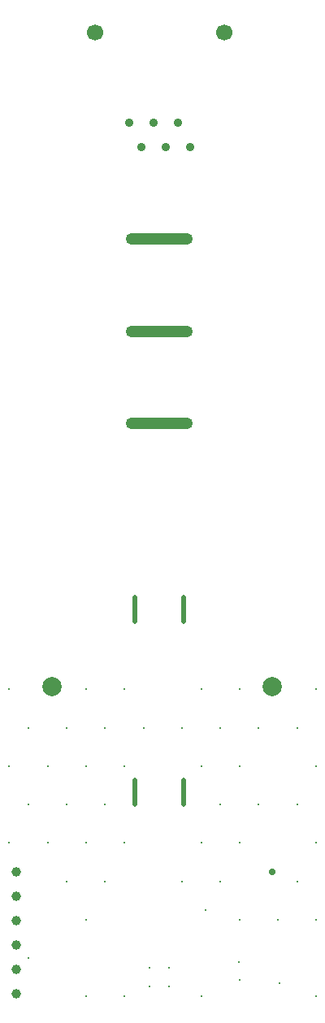
<source format=gbr>
%TF.GenerationSoftware,Altium Limited,Altium Designer,22.0.2 (36)*%
G04 Layer_Color=0*
%FSLAX45Y45*%
%MOMM*%
%TF.SameCoordinates,4516B017-0455-433D-A7DA-D7F2A7B68D13*%
%TF.FilePolarity,Positive*%
%TF.FileFunction,Plated,1,2,PTH,Drill*%
%TF.Part,Single*%
G01*
G75*
%TA.AperFunction,ComponentDrill*%
%ADD48O,0.50000X3.00000*%
%ADD49C,2.00000*%
%ADD50C,0.99060*%
%ADD51O,7.00000X1.20000*%
%ADD52C,1.70000*%
%ADD53C,0.90000*%
%TA.AperFunction,ViaDrill,NotFilled*%
%ADD54C,0.30000*%
%ADD55C,0.71120*%
D48*
X2276700Y-5700000D02*
D03*
X1768700D02*
D03*
Y-7600000D02*
D03*
X2276700D02*
D03*
D49*
X900000Y-6500000D02*
D03*
X3200000D02*
D03*
D50*
X530000Y-9705000D02*
D03*
Y-9451000D02*
D03*
Y-9197000D02*
D03*
Y-8943000D02*
D03*
Y-8689000D02*
D03*
Y-8435000D02*
D03*
D51*
X2022700Y-3762000D02*
D03*
X2022660Y-2800000D02*
D03*
X2022700Y-1838000D02*
D03*
D52*
X2697698Y313000D02*
D03*
X1347698Y313000D02*
D03*
D53*
X2340198Y-881000D02*
D03*
X2086198Y-881000D02*
D03*
X1832198Y-881000D02*
D03*
X2213198Y-627000D02*
D03*
X1959199D02*
D03*
X1705198D02*
D03*
D54*
X2120000Y-9630000D02*
D03*
X1920000D02*
D03*
X2120000Y-9430000D02*
D03*
X1920000D02*
D03*
X2860000Y-9560000D02*
D03*
X3270000Y-9590000D02*
D03*
X3655754Y-6531918D02*
D03*
Y-7331918D02*
D03*
Y-8131918D02*
D03*
Y-8931918D02*
D03*
Y-9731918D02*
D03*
X3455754Y-6931918D02*
D03*
Y-7731918D02*
D03*
Y-8531918D02*
D03*
X3255754Y-8931918D02*
D03*
X2855754Y-6531918D02*
D03*
X3055754Y-6931918D02*
D03*
X2855754Y-7331918D02*
D03*
X3055754Y-7731918D02*
D03*
X2855754Y-8131918D02*
D03*
Y-8931918D02*
D03*
X2455754Y-6531918D02*
D03*
X2655754Y-6931918D02*
D03*
X2455754Y-7331918D02*
D03*
X2655754Y-7731918D02*
D03*
X2455754Y-8131918D02*
D03*
X2655754Y-8531918D02*
D03*
X2455754Y-9731918D02*
D03*
X2255754Y-6931918D02*
D03*
Y-8531918D02*
D03*
X1655754Y-6531918D02*
D03*
X1855754Y-6931918D02*
D03*
X1655754Y-7331918D02*
D03*
Y-8131918D02*
D03*
Y-9731918D02*
D03*
X1255754Y-6531918D02*
D03*
X1455754Y-6931918D02*
D03*
X1255754Y-7331918D02*
D03*
X1455754Y-7731918D02*
D03*
X1255754Y-8131918D02*
D03*
X1455754Y-8531918D02*
D03*
X1255754Y-8931918D02*
D03*
Y-9731918D02*
D03*
X1055754Y-6931918D02*
D03*
X855754Y-7331918D02*
D03*
X1055754Y-7731918D02*
D03*
X855754Y-8131918D02*
D03*
X1055754Y-8531918D02*
D03*
X455754Y-6531918D02*
D03*
X655754Y-6931918D02*
D03*
X455754Y-7331918D02*
D03*
X655754Y-7731918D02*
D03*
X455754Y-8131918D02*
D03*
X655754Y-9331918D02*
D03*
X2500000Y-8830000D02*
D03*
X2850000Y-9370000D02*
D03*
D55*
X3200000Y-8430000D02*
D03*
%TF.MD5,8d567a6a94358c064dabbd813fb4cca9*%
M02*

</source>
